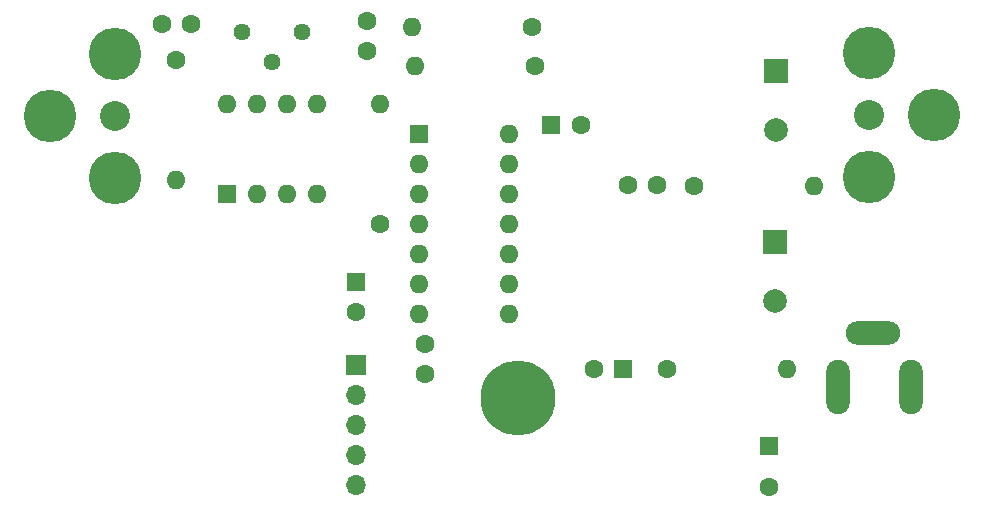
<source format=gbs>
G04 #@! TF.GenerationSoftware,KiCad,Pcbnew,(5.1.10)-1*
G04 #@! TF.CreationDate,2021-09-22T18:28:36-04:00*
G04 #@! TF.ProjectId,AudioAmp380,41756469-6f41-46d7-9033-38302e6b6963,1*
G04 #@! TF.SameCoordinates,Original*
G04 #@! TF.FileFunction,Soldermask,Bot*
G04 #@! TF.FilePolarity,Negative*
%FSLAX46Y46*%
G04 Gerber Fmt 4.6, Leading zero omitted, Abs format (unit mm)*
G04 Created by KiCad (PCBNEW (5.1.10)-1) date 2021-09-22 18:28:36*
%MOMM*%
%LPD*%
G01*
G04 APERTURE LIST*
%ADD10O,4.600000X2.000000*%
%ADD11O,2.000000X4.600000*%
%ADD12R,1.600000X1.600000*%
%ADD13O,1.600000X1.600000*%
%ADD14C,1.600000*%
%ADD15C,6.350000*%
%ADD16C,4.445000*%
%ADD17C,2.540000*%
%ADD18R,1.700000X1.700000*%
%ADD19O,1.700000X1.700000*%
%ADD20C,1.440000*%
%ADD21C,2.000000*%
%ADD22R,2.000000X2.000000*%
G04 APERTURE END LIST*
D10*
X104705000Y-75013400D03*
D11*
X101805000Y-79613400D03*
X107905000Y-79613400D03*
D12*
X50058000Y-63258400D03*
D13*
X57678000Y-55638400D03*
X52598000Y-63258400D03*
X55138000Y-55638400D03*
X55138000Y-63258400D03*
X52598000Y-55638400D03*
X57678000Y-63258400D03*
X50058000Y-55638400D03*
X63012000Y-55638400D03*
D14*
X63012000Y-65798400D03*
D13*
X65933000Y-52463400D03*
D14*
X76093000Y-52463400D03*
X45740000Y-51955400D03*
D13*
X45740000Y-62115400D03*
D12*
X95905000Y-84613400D03*
D14*
X95905000Y-88113400D03*
D15*
X74696000Y-80530400D03*
D16*
X35021200Y-56654400D03*
X40533000Y-61899500D03*
X40533000Y-51409300D03*
D17*
X40533000Y-56654400D03*
D16*
X109916800Y-56613400D03*
X104405000Y-51368300D03*
X104405000Y-61858500D03*
D17*
X104405000Y-56613400D03*
D18*
X60980000Y-77736400D03*
D19*
X60980000Y-80276400D03*
X60980000Y-82816400D03*
X60980000Y-85356400D03*
X60980000Y-87896400D03*
D14*
X83967000Y-62496400D03*
X86467000Y-62496400D03*
D12*
X66314000Y-58178400D03*
D13*
X73934000Y-73418400D03*
X66314000Y-60718400D03*
X73934000Y-70878400D03*
X66314000Y-63258400D03*
X73934000Y-68338400D03*
X66314000Y-65798400D03*
X73934000Y-65798400D03*
X66314000Y-68338400D03*
X73934000Y-63258400D03*
X66314000Y-70878400D03*
X73934000Y-60718400D03*
X66314000Y-73418400D03*
X73934000Y-58178400D03*
D14*
X47010000Y-48907400D03*
X44510000Y-48907400D03*
X61869000Y-51153400D03*
X61869000Y-48653400D03*
D20*
X56408000Y-49542400D03*
X53868000Y-52082400D03*
X51328000Y-49542400D03*
D14*
X75839000Y-49161400D03*
D13*
X65679000Y-49161400D03*
X97429000Y-78113400D03*
D14*
X87269000Y-78113400D03*
X89555000Y-62623400D03*
D13*
X99715000Y-62623400D03*
D12*
X83586000Y-78117400D03*
D14*
X81086000Y-78117400D03*
X60980000Y-73251400D03*
D12*
X60980000Y-70751400D03*
D14*
X66822000Y-78498400D03*
X66822000Y-75998400D03*
D12*
X77490000Y-57416400D03*
D14*
X79990000Y-57416400D03*
D21*
X96413000Y-72322400D03*
D22*
X96413000Y-67322400D03*
X96540000Y-52844400D03*
D21*
X96540000Y-57844400D03*
M02*

</source>
